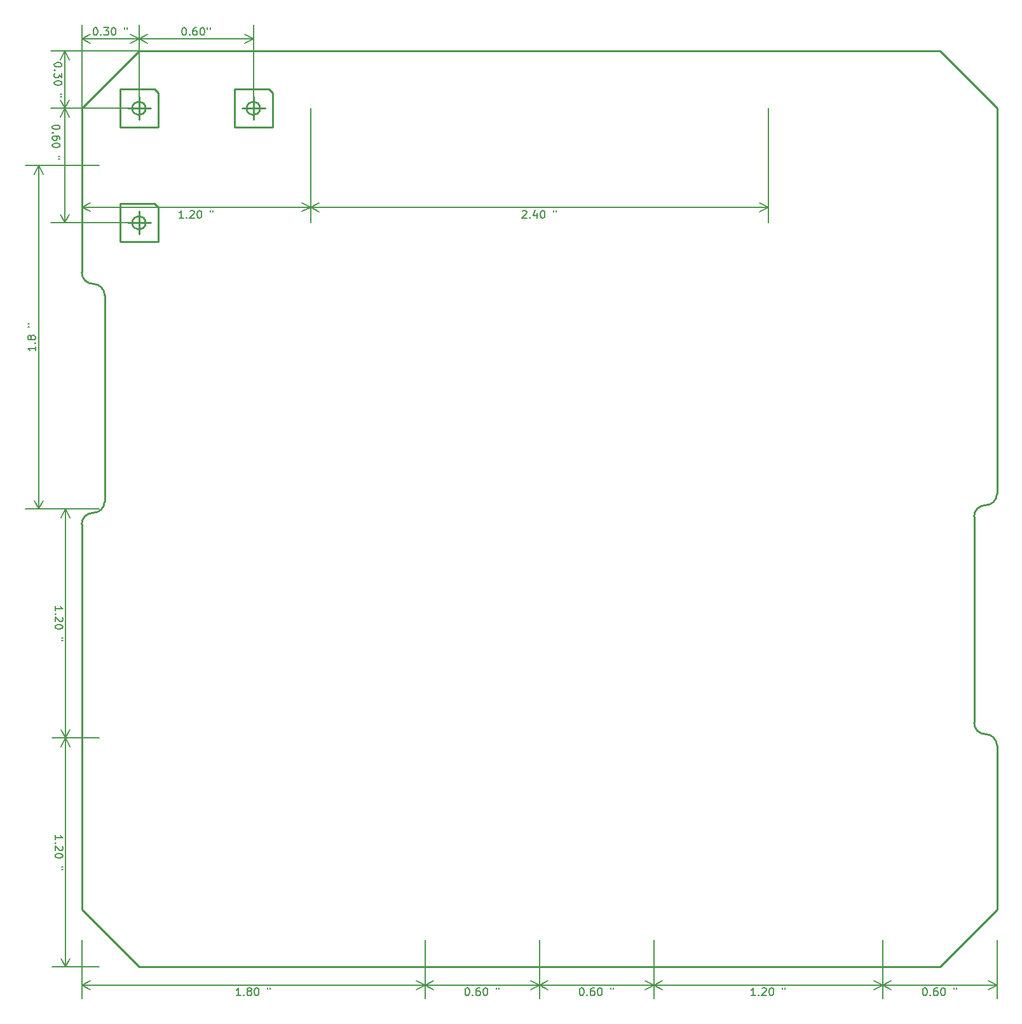
<source format=gbr>
G04 #@! TF.FileFunction,Drawing*
%FSLAX46Y46*%
G04 Gerber Fmt 4.6, Leading zero omitted, Abs format (unit mm)*
G04 Created by KiCad (PCBNEW 0.201504161001+5603~22~ubuntu14.10.1-product) date Fri Apr 17 18:25:39 2015*
%MOMM*%
G01*
G04 APERTURE LIST*
%ADD10C,0.152400*%
%ADD11C,0.254000*%
%ADD12C,0.203200*%
G04 APERTURE END LIST*
D10*
D11*
X147320000Y-33020000D02*
X139700000Y-25400000D01*
X147320000Y-139700000D02*
X139700000Y-147320000D01*
X25400000Y-139700000D02*
X33020000Y-147320000D01*
X33020000Y-25400000D02*
X25400000Y-33020000D01*
D12*
X19230219Y-64709524D02*
X19230219Y-65290095D01*
X19230219Y-64999809D02*
X18214219Y-64999809D01*
X18359362Y-65096571D01*
X18456124Y-65193333D01*
X18504505Y-65290095D01*
X19133457Y-64274095D02*
X19181838Y-64225714D01*
X19230219Y-64274095D01*
X19181838Y-64322476D01*
X19133457Y-64274095D01*
X19230219Y-64274095D01*
X18649648Y-63645142D02*
X18601267Y-63741904D01*
X18552886Y-63790285D01*
X18456124Y-63838666D01*
X18407743Y-63838666D01*
X18310981Y-63790285D01*
X18262600Y-63741904D01*
X18214219Y-63645142D01*
X18214219Y-63451619D01*
X18262600Y-63354857D01*
X18310981Y-63306476D01*
X18407743Y-63258095D01*
X18456124Y-63258095D01*
X18552886Y-63306476D01*
X18601267Y-63354857D01*
X18649648Y-63451619D01*
X18649648Y-63645142D01*
X18698029Y-63741904D01*
X18746410Y-63790285D01*
X18843171Y-63838666D01*
X19036695Y-63838666D01*
X19133457Y-63790285D01*
X19181838Y-63741904D01*
X19230219Y-63645142D01*
X19230219Y-63451619D01*
X19181838Y-63354857D01*
X19133457Y-63306476D01*
X19036695Y-63258095D01*
X18843171Y-63258095D01*
X18746410Y-63306476D01*
X18698029Y-63354857D01*
X18649648Y-63451619D01*
X18214219Y-62096952D02*
X18407743Y-62096952D01*
X18214219Y-61709905D02*
X18407743Y-61709905D01*
X19685000Y-86360000D02*
X19685000Y-40640000D01*
X27686000Y-86360000D02*
X17856200Y-86360000D01*
X27686000Y-40640000D02*
X17856200Y-40640000D01*
X19685000Y-40640000D02*
X20271421Y-41766504D01*
X19685000Y-40640000D02*
X19098579Y-41766504D01*
X19685000Y-86360000D02*
X20271421Y-85233496D01*
X19685000Y-86360000D02*
X19098579Y-85233496D01*
D11*
X147320000Y-117856000D02*
G75*
G03X145796000Y-116332000I-1524000J0D01*
G01*
X144272000Y-114808000D02*
G75*
G03X145796000Y-116332000I1524000J0D01*
G01*
X145796000Y-85852000D02*
G75*
G03X144272000Y-87376000I0J-1524000D01*
G01*
X145796000Y-85852000D02*
G75*
G03X147320000Y-84328000I0J1524000D01*
G01*
X25400000Y-54864000D02*
G75*
G03X26924000Y-56388000I1524000J0D01*
G01*
X28448000Y-57912000D02*
G75*
G03X26924000Y-56388000I-1524000J0D01*
G01*
X26924000Y-86868000D02*
G75*
G03X25400000Y-88392000I0J-1524000D01*
G01*
X26924000Y-86868000D02*
G75*
G03X28448000Y-85344000I0J1524000D01*
G01*
X33909000Y-48260000D02*
G75*
G03X33909000Y-48260000I-889000J0D01*
G01*
X31496000Y-48260000D02*
X34544000Y-48260000D01*
X33020000Y-46736000D02*
X33020000Y-49784000D01*
X33020000Y-31496000D02*
X33020000Y-34544000D01*
X31496000Y-33020000D02*
X34544000Y-33020000D01*
X33909000Y-33020000D02*
G75*
G03X33909000Y-33020000I-889000J0D01*
G01*
X48260000Y-31496000D02*
X48260000Y-34544000D01*
X46736000Y-33020000D02*
X49784000Y-33020000D01*
X49149000Y-33020000D02*
G75*
G03X49149000Y-33020000I-889000J0D01*
G01*
X147320000Y-84328000D02*
X147320000Y-33020000D01*
X147320000Y-117856000D02*
X147320000Y-139700000D01*
X25400000Y-88392000D02*
X25400000Y-139700000D01*
X25400000Y-54864000D02*
X25400000Y-33020000D01*
X144272000Y-101092000D02*
X144272000Y-114808000D01*
X144272000Y-101092000D02*
X144272000Y-87376000D01*
X28448000Y-71628000D02*
X28448000Y-85344000D01*
X28448000Y-71628000D02*
X28448000Y-57912000D01*
X139700000Y-147320000D02*
X33020000Y-147320000D01*
X33020000Y-25400000D02*
X139700000Y-25400000D01*
D12*
X21866981Y-130386667D02*
X21866981Y-129806096D01*
X21866981Y-130096382D02*
X22882981Y-130096382D01*
X22737838Y-129999620D01*
X22641076Y-129902858D01*
X22592695Y-129806096D01*
X21963743Y-130822096D02*
X21915362Y-130870477D01*
X21866981Y-130822096D01*
X21915362Y-130773715D01*
X21963743Y-130822096D01*
X21866981Y-130822096D01*
X22786219Y-131257525D02*
X22834600Y-131305906D01*
X22882981Y-131402668D01*
X22882981Y-131644572D01*
X22834600Y-131741334D01*
X22786219Y-131789715D01*
X22689457Y-131838096D01*
X22592695Y-131838096D01*
X22447552Y-131789715D01*
X21866981Y-131209144D01*
X21866981Y-131838096D01*
X22882981Y-132467049D02*
X22882981Y-132563810D01*
X22834600Y-132660572D01*
X22786219Y-132708953D01*
X22689457Y-132757334D01*
X22495933Y-132805715D01*
X22254029Y-132805715D01*
X22060505Y-132757334D01*
X21963743Y-132708953D01*
X21915362Y-132660572D01*
X21866981Y-132563810D01*
X21866981Y-132467049D01*
X21915362Y-132370287D01*
X21963743Y-132321906D01*
X22060505Y-132273525D01*
X22254029Y-132225144D01*
X22495933Y-132225144D01*
X22689457Y-132273525D01*
X22786219Y-132321906D01*
X22834600Y-132370287D01*
X22882981Y-132467049D01*
X22882981Y-133966858D02*
X22689457Y-133966858D01*
X22882981Y-134353905D02*
X22689457Y-134353905D01*
X23241000Y-116840000D02*
X23241000Y-147320000D01*
X27686000Y-116840000D02*
X21412200Y-116840000D01*
X27686000Y-147320000D02*
X21412200Y-147320000D01*
X23241000Y-147320000D02*
X22654579Y-146193496D01*
X23241000Y-147320000D02*
X23827421Y-146193496D01*
X23241000Y-116840000D02*
X22654579Y-117966504D01*
X23241000Y-116840000D02*
X23827421Y-117966504D01*
X21866981Y-99906667D02*
X21866981Y-99326096D01*
X21866981Y-99616382D02*
X22882981Y-99616382D01*
X22737838Y-99519620D01*
X22641076Y-99422858D01*
X22592695Y-99326096D01*
X21963743Y-100342096D02*
X21915362Y-100390477D01*
X21866981Y-100342096D01*
X21915362Y-100293715D01*
X21963743Y-100342096D01*
X21866981Y-100342096D01*
X22786219Y-100777525D02*
X22834600Y-100825906D01*
X22882981Y-100922668D01*
X22882981Y-101164572D01*
X22834600Y-101261334D01*
X22786219Y-101309715D01*
X22689457Y-101358096D01*
X22592695Y-101358096D01*
X22447552Y-101309715D01*
X21866981Y-100729144D01*
X21866981Y-101358096D01*
X22882981Y-101987049D02*
X22882981Y-102083810D01*
X22834600Y-102180572D01*
X22786219Y-102228953D01*
X22689457Y-102277334D01*
X22495933Y-102325715D01*
X22254029Y-102325715D01*
X22060505Y-102277334D01*
X21963743Y-102228953D01*
X21915362Y-102180572D01*
X21866981Y-102083810D01*
X21866981Y-101987049D01*
X21915362Y-101890287D01*
X21963743Y-101841906D01*
X22060505Y-101793525D01*
X22254029Y-101745144D01*
X22495933Y-101745144D01*
X22689457Y-101793525D01*
X22786219Y-101841906D01*
X22834600Y-101890287D01*
X22882981Y-101987049D01*
X22882981Y-103486858D02*
X22689457Y-103486858D01*
X22882981Y-103873905D02*
X22689457Y-103873905D01*
X23241000Y-86360000D02*
X23241000Y-116840000D01*
X27686000Y-86360000D02*
X21412200Y-86360000D01*
X27686000Y-116840000D02*
X21412200Y-116840000D01*
X23241000Y-116840000D02*
X22654579Y-115713496D01*
X23241000Y-116840000D02*
X23827421Y-115713496D01*
X23241000Y-86360000D02*
X22654579Y-87486504D01*
X23241000Y-86360000D02*
X23827421Y-87486504D01*
X137668001Y-150091019D02*
X137764762Y-150091019D01*
X137861524Y-150139400D01*
X137909905Y-150187781D01*
X137958286Y-150284543D01*
X138006667Y-150478067D01*
X138006667Y-150719971D01*
X137958286Y-150913495D01*
X137909905Y-151010257D01*
X137861524Y-151058638D01*
X137764762Y-151107019D01*
X137668001Y-151107019D01*
X137571239Y-151058638D01*
X137522858Y-151010257D01*
X137474477Y-150913495D01*
X137426096Y-150719971D01*
X137426096Y-150478067D01*
X137474477Y-150284543D01*
X137522858Y-150187781D01*
X137571239Y-150139400D01*
X137668001Y-150091019D01*
X138442096Y-151010257D02*
X138490477Y-151058638D01*
X138442096Y-151107019D01*
X138393715Y-151058638D01*
X138442096Y-151010257D01*
X138442096Y-151107019D01*
X139361334Y-150091019D02*
X139167811Y-150091019D01*
X139071049Y-150139400D01*
X139022668Y-150187781D01*
X138925906Y-150332924D01*
X138877525Y-150526448D01*
X138877525Y-150913495D01*
X138925906Y-151010257D01*
X138974287Y-151058638D01*
X139071049Y-151107019D01*
X139264572Y-151107019D01*
X139361334Y-151058638D01*
X139409715Y-151010257D01*
X139458096Y-150913495D01*
X139458096Y-150671590D01*
X139409715Y-150574829D01*
X139361334Y-150526448D01*
X139264572Y-150478067D01*
X139071049Y-150478067D01*
X138974287Y-150526448D01*
X138925906Y-150574829D01*
X138877525Y-150671590D01*
X140087049Y-150091019D02*
X140183810Y-150091019D01*
X140280572Y-150139400D01*
X140328953Y-150187781D01*
X140377334Y-150284543D01*
X140425715Y-150478067D01*
X140425715Y-150719971D01*
X140377334Y-150913495D01*
X140328953Y-151010257D01*
X140280572Y-151058638D01*
X140183810Y-151107019D01*
X140087049Y-151107019D01*
X139990287Y-151058638D01*
X139941906Y-151010257D01*
X139893525Y-150913495D01*
X139845144Y-150719971D01*
X139845144Y-150478067D01*
X139893525Y-150284543D01*
X139941906Y-150187781D01*
X139990287Y-150139400D01*
X140087049Y-150091019D01*
X141586858Y-150091019D02*
X141586858Y-150284543D01*
X141973905Y-150091019D02*
X141973905Y-150284543D01*
X132080000Y-149733000D02*
X147320000Y-149733000D01*
X132080000Y-143764000D02*
X132080000Y-151561800D01*
X147320000Y-143764000D02*
X147320000Y-151561800D01*
X147320000Y-149733000D02*
X146193496Y-150319421D01*
X147320000Y-149733000D02*
X146193496Y-149146579D01*
X132080000Y-149733000D02*
X133206504Y-150319421D01*
X132080000Y-149733000D02*
X133206504Y-149146579D01*
X115146667Y-151107019D02*
X114566096Y-151107019D01*
X114856382Y-151107019D02*
X114856382Y-150091019D01*
X114759620Y-150236162D01*
X114662858Y-150332924D01*
X114566096Y-150381305D01*
X115582096Y-151010257D02*
X115630477Y-151058638D01*
X115582096Y-151107019D01*
X115533715Y-151058638D01*
X115582096Y-151010257D01*
X115582096Y-151107019D01*
X116017525Y-150187781D02*
X116065906Y-150139400D01*
X116162668Y-150091019D01*
X116404572Y-150091019D01*
X116501334Y-150139400D01*
X116549715Y-150187781D01*
X116598096Y-150284543D01*
X116598096Y-150381305D01*
X116549715Y-150526448D01*
X115969144Y-151107019D01*
X116598096Y-151107019D01*
X117227049Y-150091019D02*
X117323810Y-150091019D01*
X117420572Y-150139400D01*
X117468953Y-150187781D01*
X117517334Y-150284543D01*
X117565715Y-150478067D01*
X117565715Y-150719971D01*
X117517334Y-150913495D01*
X117468953Y-151010257D01*
X117420572Y-151058638D01*
X117323810Y-151107019D01*
X117227049Y-151107019D01*
X117130287Y-151058638D01*
X117081906Y-151010257D01*
X117033525Y-150913495D01*
X116985144Y-150719971D01*
X116985144Y-150478067D01*
X117033525Y-150284543D01*
X117081906Y-150187781D01*
X117130287Y-150139400D01*
X117227049Y-150091019D01*
X118726858Y-150091019D02*
X118726858Y-150284543D01*
X119113905Y-150091019D02*
X119113905Y-150284543D01*
X101600000Y-149733000D02*
X132080000Y-149733000D01*
X101600000Y-143764000D02*
X101600000Y-151561800D01*
X132080000Y-143764000D02*
X132080000Y-151561800D01*
X132080000Y-149733000D02*
X130953496Y-150319421D01*
X132080000Y-149733000D02*
X130953496Y-149146579D01*
X101600000Y-149733000D02*
X102726504Y-150319421D01*
X101600000Y-149733000D02*
X102726504Y-149146579D01*
X91948001Y-150091019D02*
X92044762Y-150091019D01*
X92141524Y-150139400D01*
X92189905Y-150187781D01*
X92238286Y-150284543D01*
X92286667Y-150478067D01*
X92286667Y-150719971D01*
X92238286Y-150913495D01*
X92189905Y-151010257D01*
X92141524Y-151058638D01*
X92044762Y-151107019D01*
X91948001Y-151107019D01*
X91851239Y-151058638D01*
X91802858Y-151010257D01*
X91754477Y-150913495D01*
X91706096Y-150719971D01*
X91706096Y-150478067D01*
X91754477Y-150284543D01*
X91802858Y-150187781D01*
X91851239Y-150139400D01*
X91948001Y-150091019D01*
X92722096Y-151010257D02*
X92770477Y-151058638D01*
X92722096Y-151107019D01*
X92673715Y-151058638D01*
X92722096Y-151010257D01*
X92722096Y-151107019D01*
X93641334Y-150091019D02*
X93447811Y-150091019D01*
X93351049Y-150139400D01*
X93302668Y-150187781D01*
X93205906Y-150332924D01*
X93157525Y-150526448D01*
X93157525Y-150913495D01*
X93205906Y-151010257D01*
X93254287Y-151058638D01*
X93351049Y-151107019D01*
X93544572Y-151107019D01*
X93641334Y-151058638D01*
X93689715Y-151010257D01*
X93738096Y-150913495D01*
X93738096Y-150671590D01*
X93689715Y-150574829D01*
X93641334Y-150526448D01*
X93544572Y-150478067D01*
X93351049Y-150478067D01*
X93254287Y-150526448D01*
X93205906Y-150574829D01*
X93157525Y-150671590D01*
X94367049Y-150091019D02*
X94463810Y-150091019D01*
X94560572Y-150139400D01*
X94608953Y-150187781D01*
X94657334Y-150284543D01*
X94705715Y-150478067D01*
X94705715Y-150719971D01*
X94657334Y-150913495D01*
X94608953Y-151010257D01*
X94560572Y-151058638D01*
X94463810Y-151107019D01*
X94367049Y-151107019D01*
X94270287Y-151058638D01*
X94221906Y-151010257D01*
X94173525Y-150913495D01*
X94125144Y-150719971D01*
X94125144Y-150478067D01*
X94173525Y-150284543D01*
X94221906Y-150187781D01*
X94270287Y-150139400D01*
X94367049Y-150091019D01*
X95866858Y-150091019D02*
X95866858Y-150284543D01*
X96253905Y-150091019D02*
X96253905Y-150284543D01*
X86360000Y-149733000D02*
X101600000Y-149733000D01*
X86360000Y-143764000D02*
X86360000Y-151561800D01*
X101600000Y-143764000D02*
X101600000Y-151561800D01*
X101600000Y-149733000D02*
X100473496Y-150319421D01*
X101600000Y-149733000D02*
X100473496Y-149146579D01*
X86360000Y-149733000D02*
X87486504Y-150319421D01*
X86360000Y-149733000D02*
X87486504Y-149146579D01*
X76708001Y-150091019D02*
X76804762Y-150091019D01*
X76901524Y-150139400D01*
X76949905Y-150187781D01*
X76998286Y-150284543D01*
X77046667Y-150478067D01*
X77046667Y-150719971D01*
X76998286Y-150913495D01*
X76949905Y-151010257D01*
X76901524Y-151058638D01*
X76804762Y-151107019D01*
X76708001Y-151107019D01*
X76611239Y-151058638D01*
X76562858Y-151010257D01*
X76514477Y-150913495D01*
X76466096Y-150719971D01*
X76466096Y-150478067D01*
X76514477Y-150284543D01*
X76562858Y-150187781D01*
X76611239Y-150139400D01*
X76708001Y-150091019D01*
X77482096Y-151010257D02*
X77530477Y-151058638D01*
X77482096Y-151107019D01*
X77433715Y-151058638D01*
X77482096Y-151010257D01*
X77482096Y-151107019D01*
X78401334Y-150091019D02*
X78207811Y-150091019D01*
X78111049Y-150139400D01*
X78062668Y-150187781D01*
X77965906Y-150332924D01*
X77917525Y-150526448D01*
X77917525Y-150913495D01*
X77965906Y-151010257D01*
X78014287Y-151058638D01*
X78111049Y-151107019D01*
X78304572Y-151107019D01*
X78401334Y-151058638D01*
X78449715Y-151010257D01*
X78498096Y-150913495D01*
X78498096Y-150671590D01*
X78449715Y-150574829D01*
X78401334Y-150526448D01*
X78304572Y-150478067D01*
X78111049Y-150478067D01*
X78014287Y-150526448D01*
X77965906Y-150574829D01*
X77917525Y-150671590D01*
X79127049Y-150091019D02*
X79223810Y-150091019D01*
X79320572Y-150139400D01*
X79368953Y-150187781D01*
X79417334Y-150284543D01*
X79465715Y-150478067D01*
X79465715Y-150719971D01*
X79417334Y-150913495D01*
X79368953Y-151010257D01*
X79320572Y-151058638D01*
X79223810Y-151107019D01*
X79127049Y-151107019D01*
X79030287Y-151058638D01*
X78981906Y-151010257D01*
X78933525Y-150913495D01*
X78885144Y-150719971D01*
X78885144Y-150478067D01*
X78933525Y-150284543D01*
X78981906Y-150187781D01*
X79030287Y-150139400D01*
X79127049Y-150091019D01*
X80626858Y-150091019D02*
X80626858Y-150284543D01*
X81013905Y-150091019D02*
X81013905Y-150284543D01*
X71120000Y-149733000D02*
X86360000Y-149733000D01*
X71120000Y-143764000D02*
X71120000Y-151561800D01*
X86360000Y-143764000D02*
X86360000Y-151561800D01*
X86360000Y-149733000D02*
X85233496Y-150319421D01*
X86360000Y-149733000D02*
X85233496Y-149146579D01*
X71120000Y-149733000D02*
X72246504Y-150319421D01*
X71120000Y-149733000D02*
X72246504Y-149146579D01*
X46566667Y-151107019D02*
X45986096Y-151107019D01*
X46276382Y-151107019D02*
X46276382Y-150091019D01*
X46179620Y-150236162D01*
X46082858Y-150332924D01*
X45986096Y-150381305D01*
X47002096Y-151010257D02*
X47050477Y-151058638D01*
X47002096Y-151107019D01*
X46953715Y-151058638D01*
X47002096Y-151010257D01*
X47002096Y-151107019D01*
X47631049Y-150526448D02*
X47534287Y-150478067D01*
X47485906Y-150429686D01*
X47437525Y-150332924D01*
X47437525Y-150284543D01*
X47485906Y-150187781D01*
X47534287Y-150139400D01*
X47631049Y-150091019D01*
X47824572Y-150091019D01*
X47921334Y-150139400D01*
X47969715Y-150187781D01*
X48018096Y-150284543D01*
X48018096Y-150332924D01*
X47969715Y-150429686D01*
X47921334Y-150478067D01*
X47824572Y-150526448D01*
X47631049Y-150526448D01*
X47534287Y-150574829D01*
X47485906Y-150623210D01*
X47437525Y-150719971D01*
X47437525Y-150913495D01*
X47485906Y-151010257D01*
X47534287Y-151058638D01*
X47631049Y-151107019D01*
X47824572Y-151107019D01*
X47921334Y-151058638D01*
X47969715Y-151010257D01*
X48018096Y-150913495D01*
X48018096Y-150719971D01*
X47969715Y-150623210D01*
X47921334Y-150574829D01*
X47824572Y-150526448D01*
X48647049Y-150091019D02*
X48743810Y-150091019D01*
X48840572Y-150139400D01*
X48888953Y-150187781D01*
X48937334Y-150284543D01*
X48985715Y-150478067D01*
X48985715Y-150719971D01*
X48937334Y-150913495D01*
X48888953Y-151010257D01*
X48840572Y-151058638D01*
X48743810Y-151107019D01*
X48647049Y-151107019D01*
X48550287Y-151058638D01*
X48501906Y-151010257D01*
X48453525Y-150913495D01*
X48405144Y-150719971D01*
X48405144Y-150478067D01*
X48453525Y-150284543D01*
X48501906Y-150187781D01*
X48550287Y-150139400D01*
X48647049Y-150091019D01*
X50146858Y-150091019D02*
X50146858Y-150284543D01*
X50533905Y-150091019D02*
X50533905Y-150284543D01*
X25400000Y-149733000D02*
X71120000Y-149733000D01*
X25400000Y-143764000D02*
X25400000Y-151561800D01*
X71120000Y-143764000D02*
X71120000Y-151561800D01*
X71120000Y-149733000D02*
X69993496Y-150319421D01*
X71120000Y-149733000D02*
X69993496Y-149146579D01*
X25400000Y-149733000D02*
X26526504Y-150319421D01*
X25400000Y-149733000D02*
X26526504Y-149146579D01*
X22755981Y-27178001D02*
X22755981Y-27274762D01*
X22707600Y-27371524D01*
X22659219Y-27419905D01*
X22562457Y-27468286D01*
X22368933Y-27516667D01*
X22127029Y-27516667D01*
X21933505Y-27468286D01*
X21836743Y-27419905D01*
X21788362Y-27371524D01*
X21739981Y-27274762D01*
X21739981Y-27178001D01*
X21788362Y-27081239D01*
X21836743Y-27032858D01*
X21933505Y-26984477D01*
X22127029Y-26936096D01*
X22368933Y-26936096D01*
X22562457Y-26984477D01*
X22659219Y-27032858D01*
X22707600Y-27081239D01*
X22755981Y-27178001D01*
X21836743Y-27952096D02*
X21788362Y-28000477D01*
X21739981Y-27952096D01*
X21788362Y-27903715D01*
X21836743Y-27952096D01*
X21739981Y-27952096D01*
X22755981Y-28339144D02*
X22755981Y-28968096D01*
X22368933Y-28629430D01*
X22368933Y-28774572D01*
X22320552Y-28871334D01*
X22272171Y-28919715D01*
X22175410Y-28968096D01*
X21933505Y-28968096D01*
X21836743Y-28919715D01*
X21788362Y-28871334D01*
X21739981Y-28774572D01*
X21739981Y-28484287D01*
X21788362Y-28387525D01*
X21836743Y-28339144D01*
X22755981Y-29597049D02*
X22755981Y-29693810D01*
X22707600Y-29790572D01*
X22659219Y-29838953D01*
X22562457Y-29887334D01*
X22368933Y-29935715D01*
X22127029Y-29935715D01*
X21933505Y-29887334D01*
X21836743Y-29838953D01*
X21788362Y-29790572D01*
X21739981Y-29693810D01*
X21739981Y-29597049D01*
X21788362Y-29500287D01*
X21836743Y-29451906D01*
X21933505Y-29403525D01*
X22127029Y-29355144D01*
X22368933Y-29355144D01*
X22562457Y-29403525D01*
X22659219Y-29451906D01*
X22707600Y-29500287D01*
X22755981Y-29597049D01*
X22755981Y-31096858D02*
X22562457Y-31096858D01*
X22755981Y-31483905D02*
X22562457Y-31483905D01*
X23114000Y-25400000D02*
X23114000Y-33020000D01*
X33020000Y-25400000D02*
X21285200Y-25400000D01*
X33020000Y-33020000D02*
X21285200Y-33020000D01*
X23114000Y-33020000D02*
X22527579Y-31893496D01*
X23114000Y-33020000D02*
X23700421Y-31893496D01*
X23114000Y-25400000D02*
X22527579Y-26526504D01*
X23114000Y-25400000D02*
X23700421Y-26526504D01*
X27178001Y-22278219D02*
X27274762Y-22278219D01*
X27371524Y-22326600D01*
X27419905Y-22374981D01*
X27468286Y-22471743D01*
X27516667Y-22665267D01*
X27516667Y-22907171D01*
X27468286Y-23100695D01*
X27419905Y-23197457D01*
X27371524Y-23245838D01*
X27274762Y-23294219D01*
X27178001Y-23294219D01*
X27081239Y-23245838D01*
X27032858Y-23197457D01*
X26984477Y-23100695D01*
X26936096Y-22907171D01*
X26936096Y-22665267D01*
X26984477Y-22471743D01*
X27032858Y-22374981D01*
X27081239Y-22326600D01*
X27178001Y-22278219D01*
X27952096Y-23197457D02*
X28000477Y-23245838D01*
X27952096Y-23294219D01*
X27903715Y-23245838D01*
X27952096Y-23197457D01*
X27952096Y-23294219D01*
X28339144Y-22278219D02*
X28968096Y-22278219D01*
X28629430Y-22665267D01*
X28774572Y-22665267D01*
X28871334Y-22713648D01*
X28919715Y-22762029D01*
X28968096Y-22858790D01*
X28968096Y-23100695D01*
X28919715Y-23197457D01*
X28871334Y-23245838D01*
X28774572Y-23294219D01*
X28484287Y-23294219D01*
X28387525Y-23245838D01*
X28339144Y-23197457D01*
X29597049Y-22278219D02*
X29693810Y-22278219D01*
X29790572Y-22326600D01*
X29838953Y-22374981D01*
X29887334Y-22471743D01*
X29935715Y-22665267D01*
X29935715Y-22907171D01*
X29887334Y-23100695D01*
X29838953Y-23197457D01*
X29790572Y-23245838D01*
X29693810Y-23294219D01*
X29597049Y-23294219D01*
X29500287Y-23245838D01*
X29451906Y-23197457D01*
X29403525Y-23100695D01*
X29355144Y-22907171D01*
X29355144Y-22665267D01*
X29403525Y-22471743D01*
X29451906Y-22374981D01*
X29500287Y-22326600D01*
X29597049Y-22278219D01*
X31096858Y-22278219D02*
X31096858Y-22471743D01*
X31483905Y-22278219D02*
X31483905Y-22471743D01*
X33020000Y-23749000D02*
X25400000Y-23749000D01*
X33020000Y-33020000D02*
X33020000Y-21920200D01*
X25400000Y-33020000D02*
X25400000Y-21920200D01*
X25400000Y-23749000D02*
X26526504Y-23162579D01*
X25400000Y-23749000D02*
X26526504Y-24335421D01*
X33020000Y-23749000D02*
X31893496Y-23162579D01*
X33020000Y-23749000D02*
X31893496Y-24335421D01*
X22501981Y-35483801D02*
X22501981Y-35580562D01*
X22453600Y-35677324D01*
X22405219Y-35725705D01*
X22308457Y-35774086D01*
X22114933Y-35822467D01*
X21873029Y-35822467D01*
X21679505Y-35774086D01*
X21582743Y-35725705D01*
X21534362Y-35677324D01*
X21485981Y-35580562D01*
X21485981Y-35483801D01*
X21534362Y-35387039D01*
X21582743Y-35338658D01*
X21679505Y-35290277D01*
X21873029Y-35241896D01*
X22114933Y-35241896D01*
X22308457Y-35290277D01*
X22405219Y-35338658D01*
X22453600Y-35387039D01*
X22501981Y-35483801D01*
X21582743Y-36257896D02*
X21534362Y-36306277D01*
X21485981Y-36257896D01*
X21534362Y-36209515D01*
X21582743Y-36257896D01*
X21485981Y-36257896D01*
X22501981Y-37177134D02*
X22501981Y-36983611D01*
X22453600Y-36886849D01*
X22405219Y-36838468D01*
X22260076Y-36741706D01*
X22066552Y-36693325D01*
X21679505Y-36693325D01*
X21582743Y-36741706D01*
X21534362Y-36790087D01*
X21485981Y-36886849D01*
X21485981Y-37080372D01*
X21534362Y-37177134D01*
X21582743Y-37225515D01*
X21679505Y-37273896D01*
X21921410Y-37273896D01*
X22018171Y-37225515D01*
X22066552Y-37177134D01*
X22114933Y-37080372D01*
X22114933Y-36886849D01*
X22066552Y-36790087D01*
X22018171Y-36741706D01*
X21921410Y-36693325D01*
X22501981Y-37902849D02*
X22501981Y-37999610D01*
X22453600Y-38096372D01*
X22405219Y-38144753D01*
X22308457Y-38193134D01*
X22114933Y-38241515D01*
X21873029Y-38241515D01*
X21679505Y-38193134D01*
X21582743Y-38144753D01*
X21534362Y-38096372D01*
X21485981Y-37999610D01*
X21485981Y-37902849D01*
X21534362Y-37806087D01*
X21582743Y-37757706D01*
X21679505Y-37709325D01*
X21873029Y-37660944D01*
X22114933Y-37660944D01*
X22308457Y-37709325D01*
X22405219Y-37757706D01*
X22453600Y-37806087D01*
X22501981Y-37902849D01*
X22501981Y-39402658D02*
X22308457Y-39402658D01*
X22501981Y-39789705D02*
X22308457Y-39789705D01*
X23114000Y-33020000D02*
X23114000Y-48260000D01*
X33020000Y-33020000D02*
X21285200Y-33020000D01*
X33020000Y-48260000D02*
X21285200Y-48260000D01*
X23114000Y-48260000D02*
X22527579Y-47133496D01*
X23114000Y-48260000D02*
X23700421Y-47133496D01*
X23114000Y-33020000D02*
X22527579Y-34146504D01*
X23114000Y-33020000D02*
X23700421Y-34146504D01*
X38995048Y-22278219D02*
X39091809Y-22278219D01*
X39188571Y-22326600D01*
X39236952Y-22374981D01*
X39285333Y-22471743D01*
X39333714Y-22665267D01*
X39333714Y-22907171D01*
X39285333Y-23100695D01*
X39236952Y-23197457D01*
X39188571Y-23245838D01*
X39091809Y-23294219D01*
X38995048Y-23294219D01*
X38898286Y-23245838D01*
X38849905Y-23197457D01*
X38801524Y-23100695D01*
X38753143Y-22907171D01*
X38753143Y-22665267D01*
X38801524Y-22471743D01*
X38849905Y-22374981D01*
X38898286Y-22326600D01*
X38995048Y-22278219D01*
X39769143Y-23197457D02*
X39817524Y-23245838D01*
X39769143Y-23294219D01*
X39720762Y-23245838D01*
X39769143Y-23197457D01*
X39769143Y-23294219D01*
X40688381Y-22278219D02*
X40494858Y-22278219D01*
X40398096Y-22326600D01*
X40349715Y-22374981D01*
X40252953Y-22520124D01*
X40204572Y-22713648D01*
X40204572Y-23100695D01*
X40252953Y-23197457D01*
X40301334Y-23245838D01*
X40398096Y-23294219D01*
X40591619Y-23294219D01*
X40688381Y-23245838D01*
X40736762Y-23197457D01*
X40785143Y-23100695D01*
X40785143Y-22858790D01*
X40736762Y-22762029D01*
X40688381Y-22713648D01*
X40591619Y-22665267D01*
X40398096Y-22665267D01*
X40301334Y-22713648D01*
X40252953Y-22762029D01*
X40204572Y-22858790D01*
X41414096Y-22278219D02*
X41510857Y-22278219D01*
X41607619Y-22326600D01*
X41656000Y-22374981D01*
X41704381Y-22471743D01*
X41752762Y-22665267D01*
X41752762Y-22907171D01*
X41704381Y-23100695D01*
X41656000Y-23197457D01*
X41607619Y-23245838D01*
X41510857Y-23294219D01*
X41414096Y-23294219D01*
X41317334Y-23245838D01*
X41268953Y-23197457D01*
X41220572Y-23100695D01*
X41172191Y-22907171D01*
X41172191Y-22665267D01*
X41220572Y-22471743D01*
X41268953Y-22374981D01*
X41317334Y-22326600D01*
X41414096Y-22278219D01*
X42139810Y-22278219D02*
X42139810Y-22471743D01*
X42526857Y-22278219D02*
X42526857Y-22471743D01*
X33020000Y-23749000D02*
X48260000Y-23749000D01*
X33020000Y-33020000D02*
X33020000Y-21920200D01*
X48260000Y-33020000D02*
X48260000Y-21920200D01*
X48260000Y-23749000D02*
X47133496Y-24335421D01*
X48260000Y-23749000D02*
X47133496Y-23162579D01*
X33020000Y-23749000D02*
X34146504Y-24335421D01*
X33020000Y-23749000D02*
X34146504Y-23162579D01*
D11*
X30480000Y-50800000D02*
X30480000Y-45720000D01*
X35560000Y-50800000D02*
X30480000Y-50800000D01*
X35560000Y-46228000D02*
X35560000Y-50800000D01*
X35052000Y-45720000D02*
X35560000Y-46228000D01*
X34925000Y-45720000D02*
X35052000Y-45720000D01*
X30480000Y-45720000D02*
X34925000Y-45720000D01*
X45720000Y-35560000D02*
X45720000Y-30480000D01*
X50800000Y-35560000D02*
X45720000Y-35560000D01*
X50800000Y-30988000D02*
X50800000Y-35560000D01*
X50292000Y-30480000D02*
X50800000Y-30988000D01*
X45720000Y-30480000D02*
X50292000Y-30480000D01*
X30480000Y-35560000D02*
X30480000Y-30480000D01*
X35560000Y-35560000D02*
X30480000Y-35560000D01*
X35560000Y-30988000D02*
X35560000Y-35560000D01*
X35052000Y-30480000D02*
X35560000Y-30988000D01*
X30480000Y-30480000D02*
X35052000Y-30480000D01*
D12*
X84086096Y-46720881D02*
X84134477Y-46672500D01*
X84231239Y-46624119D01*
X84473143Y-46624119D01*
X84569905Y-46672500D01*
X84618286Y-46720881D01*
X84666667Y-46817643D01*
X84666667Y-46914405D01*
X84618286Y-47059548D01*
X84037715Y-47640119D01*
X84666667Y-47640119D01*
X85102096Y-47543357D02*
X85150477Y-47591738D01*
X85102096Y-47640119D01*
X85053715Y-47591738D01*
X85102096Y-47543357D01*
X85102096Y-47640119D01*
X86021334Y-46962786D02*
X86021334Y-47640119D01*
X85779430Y-46575738D02*
X85537525Y-47301452D01*
X86166477Y-47301452D01*
X86747049Y-46624119D02*
X86843810Y-46624119D01*
X86940572Y-46672500D01*
X86988953Y-46720881D01*
X87037334Y-46817643D01*
X87085715Y-47011167D01*
X87085715Y-47253071D01*
X87037334Y-47446595D01*
X86988953Y-47543357D01*
X86940572Y-47591738D01*
X86843810Y-47640119D01*
X86747049Y-47640119D01*
X86650287Y-47591738D01*
X86601906Y-47543357D01*
X86553525Y-47446595D01*
X86505144Y-47253071D01*
X86505144Y-47011167D01*
X86553525Y-46817643D01*
X86601906Y-46720881D01*
X86650287Y-46672500D01*
X86747049Y-46624119D01*
X88246858Y-46624119D02*
X88246858Y-46817643D01*
X88633905Y-46624119D02*
X88633905Y-46817643D01*
X55880000Y-46164500D02*
X116840000Y-46164500D01*
X55880000Y-33020000D02*
X55880000Y-48196500D01*
X116840000Y-33020000D02*
X116840000Y-48196500D01*
X116840000Y-46164500D02*
X115714780Y-46748700D01*
X116840000Y-46164500D02*
X115714780Y-45580300D01*
X55880000Y-46164500D02*
X57005220Y-46748700D01*
X55880000Y-46164500D02*
X57005220Y-45580300D01*
X38946667Y-47637579D02*
X38366096Y-47637579D01*
X38656382Y-47637579D02*
X38656382Y-46621579D01*
X38559620Y-46766722D01*
X38462858Y-46863484D01*
X38366096Y-46911865D01*
X39382096Y-47540817D02*
X39430477Y-47589198D01*
X39382096Y-47637579D01*
X39333715Y-47589198D01*
X39382096Y-47540817D01*
X39382096Y-47637579D01*
X39817525Y-46718341D02*
X39865906Y-46669960D01*
X39962668Y-46621579D01*
X40204572Y-46621579D01*
X40301334Y-46669960D01*
X40349715Y-46718341D01*
X40398096Y-46815103D01*
X40398096Y-46911865D01*
X40349715Y-47057008D01*
X39769144Y-47637579D01*
X40398096Y-47637579D01*
X41027049Y-46621579D02*
X41123810Y-46621579D01*
X41220572Y-46669960D01*
X41268953Y-46718341D01*
X41317334Y-46815103D01*
X41365715Y-47008627D01*
X41365715Y-47250531D01*
X41317334Y-47444055D01*
X41268953Y-47540817D01*
X41220572Y-47589198D01*
X41123810Y-47637579D01*
X41027049Y-47637579D01*
X40930287Y-47589198D01*
X40881906Y-47540817D01*
X40833525Y-47444055D01*
X40785144Y-47250531D01*
X40785144Y-47008627D01*
X40833525Y-46815103D01*
X40881906Y-46718341D01*
X40930287Y-46669960D01*
X41027049Y-46621579D01*
X42526858Y-46621579D02*
X42526858Y-46815103D01*
X42913905Y-46621579D02*
X42913905Y-46815103D01*
X25400000Y-46161960D02*
X55880000Y-46161960D01*
X25400000Y-33020000D02*
X25400000Y-48193960D01*
X55880000Y-33020000D02*
X55880000Y-48193960D01*
X55880000Y-46161960D02*
X54754780Y-46746160D01*
X55880000Y-46161960D02*
X54754780Y-45577760D01*
X25400000Y-46161960D02*
X26525220Y-46746160D01*
X25400000Y-46161960D02*
X26525220Y-45577760D01*
M02*

</source>
